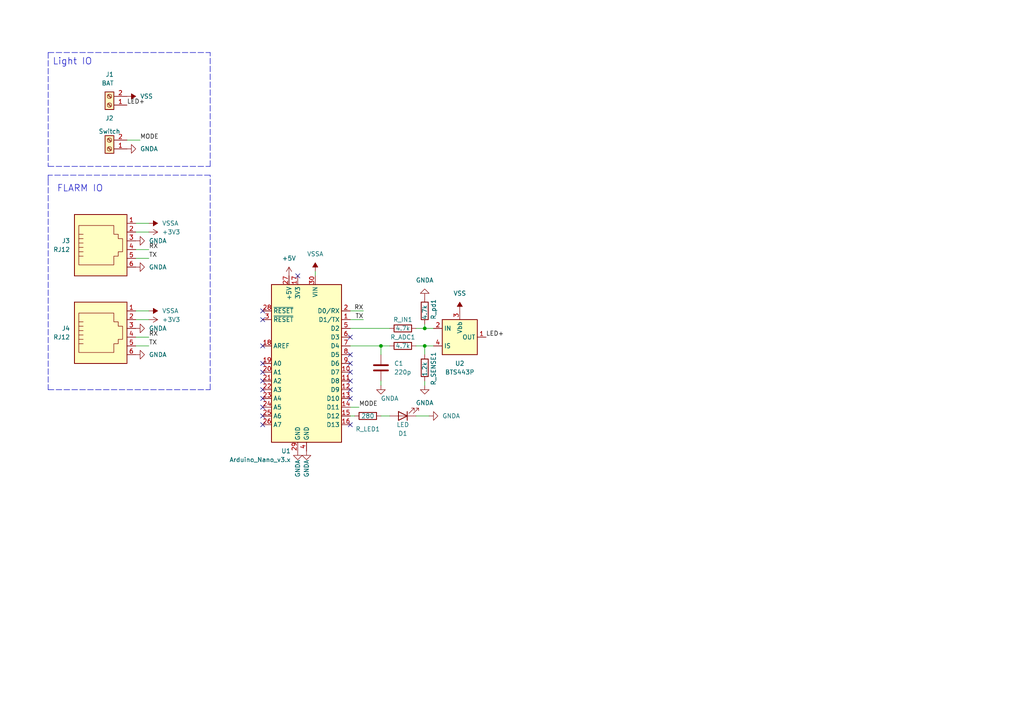
<source format=kicad_sch>
(kicad_sch (version 20211123) (generator eeschema)
  (paper "A4")
  (lib_symbols
    (symbol "Connector:RJ12" (pin_names (offset 1.016))
      (property "Reference" "J" (at -5.08 11.43 0))
      (property "Value" "RJ12" (at 2.54 11.43 0))
      (symbol "RJ12_0_1"
        (polyline (pts (xy -6.35 -1.905) (xy -5.08 -1.905) (xy -5.08 -1.905)))
        (polyline (pts (xy -6.35 -0.635) (xy -5.08 -0.635) (xy -5.08 -0.635)))
        (polyline (pts (xy -6.35 0.635) (xy -5.08 0.635) (xy -5.08 0.635)))
        (polyline (pts (xy -6.35 1.905) (xy -5.08 1.905) (xy -5.08 1.905)))
        (polyline (pts (xy -6.35 3.175) (xy -5.08 3.175) (xy -5.08 3.175)))
        (polyline (pts (xy -5.08 4.445) (xy -6.35 4.445) (xy -6.35 4.445)))
        (polyline (pts (xy -6.35 -4.445) (xy -6.35 6.985) (xy 3.81 6.985) (xy 3.81 4.445) (xy 5.08 4.445) (xy 5.08 3.175) (xy 6.35 3.175) (xy 6.35 -0.635) (xy 5.08 -0.635) (xy 5.08 -1.905) (xy 3.81 -1.905) (xy 3.81 -4.445) (xy -6.35 -4.445) (xy -6.35 -4.445)))
        (rectangle (start 7.62 10.16) (end -7.62 -7.62) (stroke (width 0.254)) (fill (type background)))
      )
      (symbol "RJ12_1_1"
        (pin passive line (at 10.16 -5.08 180) (length 2.54) (name "~") (number "1"))
        (pin passive line (at 10.16 -2.54 180) (length 2.54) (name "~") (number "2"))
        (pin passive line (at 10.16 0 180) (length 2.54) (name "~") (number "3"))
        (pin passive line (at 10.16 2.54 180) (length 2.54) (name "~") (number "4"))
        (pin passive line (at 10.16 5.08 180) (length 2.54) (name "~") (number "5"))
        (pin passive line (at 10.16 7.62 180) (length 2.54) (name "~") (number "6"))
      )
    )
    (symbol "Connector:Screw_Terminal_01x02" (pin_names (offset 1.016) hide)
      (property "Reference" "J" (at 0 2.54 0))
      (property "Value" "Screw_Terminal_01x02" (at 0 -5.08 0))
      (symbol "Screw_Terminal_01x02_1_1"
        (rectangle (start -1.27 1.27) (end 1.27 -3.81) (stroke (width 0.254)) (fill (type background)))
        (circle (center 0 -2.54) (radius 0.635) (stroke (width 0.1524)))
        (polyline (pts (xy -0.5334 -2.2098) (xy 0.3302 -3.048)) (stroke (width 0.1524)))
        (polyline (pts (xy -0.5334 0.3302) (xy 0.3302 -0.508)) (stroke (width 0.1524)))
        (polyline (pts (xy -0.3556 -2.032) (xy 0.508 -2.8702)) (stroke (width 0.1524)))
        (polyline (pts (xy -0.3556 0.508) (xy 0.508 -0.3302)) (stroke (width 0.1524)))
        (circle (center 0 0) (radius 0.635) (stroke (width 0.1524)))
        (pin passive line (at -5.08 0 0) (length 3.81) (name "Pin_1") (number "1"))
        (pin passive line (at -5.08 -2.54 0) (length 3.81) (name "Pin_2") (number "2"))
      )
    )
    (symbol "Device:C" (pin_numbers hide) (pin_names (offset 0.254))
      (property "Reference" "C" (at 0.635 2.54 0))
      (property "Value" "C" (at 0.635 -2.54 0))
      (symbol "C_0_1"
        (polyline (pts (xy -2.032 -0.762) (xy 2.032 -0.762)) (stroke (width 0.508)))
        (polyline (pts (xy -2.032 0.762) (xy 2.032 0.762)) (stroke (width 0.508)))
      )
      (symbol "C_1_1"
        (pin passive line (at 0 3.81 270) (length 2.794) (name "~") (number "1"))
        (pin passive line (at 0 -3.81 90) (length 2.794) (name "~") (number "2"))
      )
    )
    (symbol "Device:LED" (pin_numbers hide) (pin_names (offset 1.016) hide)
      (property "Reference" "D" (at 0 2.54 0))
      (property "Value" "LED" (at 0 -2.54 0))
      (symbol "LED_0_1"
        (polyline (pts (xy -1.27 -1.27) (xy -1.27 1.27)) (stroke (width 0.254)))
        (polyline (pts (xy -1.27 0) (xy 1.27 0)))
        (polyline (pts (xy 1.27 -1.27) (xy 1.27 1.27) (xy -1.27 0) (xy 1.27 -1.27)) (stroke (width 0.254)))
        (polyline (pts (xy -3.048 -0.762) (xy -4.572 -2.286) (xy -3.81 -2.286) (xy -4.572 -2.286) (xy -4.572 -1.524)))
        (polyline (pts (xy -1.778 -0.762) (xy -3.302 -2.286) (xy -2.54 -2.286) (xy -3.302 -2.286) (xy -3.302 -1.524)))
      )
      (symbol "LED_1_1"
        (pin passive line (at -3.81 0 0) (length 2.54) (name "K") (number "1"))
        (pin passive line (at 3.81 0 180) (length 2.54) (name "A") (number "2"))
      )
    )
    (symbol "Device:R" (pin_numbers hide) (pin_names (offset 0))
      (property "Reference" "R" (at 2.032 0 90))
      (property "Value" "R" (at 0 0 90))
      (symbol "R_0_1"
        (rectangle (start -1.016 -2.54) (end 1.016 2.54) (stroke (width 0.254)))
      )
      (symbol "R_1_1"
        (pin passive line (at 0 3.81 270) (length 1.27) (name "~") (number "1"))
        (pin passive line (at 0 -3.81 90) (length 1.27) (name "~") (number "2"))
      )
    )
    (symbol "MCU_Module:Arduino_Nano_v3.x"
      (property "Reference" "A" (at -10.16 23.495 0))
      (property "Value" "Arduino_Nano_v3.x" (at 5.08 -24.13 0))
      (symbol "Arduino_Nano_v3.x_0_1"
        (rectangle (start -10.16 22.86) (end 10.16 -22.86) (stroke (width 0.254)) (fill (type background)))
      )
      (symbol "Arduino_Nano_v3.x_1_1"
        (pin bidirectional line (at -12.7 12.7 0) (length 2.54) (name "D1/TX") (number "1"))
        (pin bidirectional line (at -12.7 -2.54 0) (length 2.54) (name "D7") (number "10"))
        (pin bidirectional line (at -12.7 -5.08 0) (length 2.54) (name "D8") (number "11"))
        (pin bidirectional line (at -12.7 -7.62 0) (length 2.54) (name "D9") (number "12"))
        (pin bidirectional line (at -12.7 -10.16 0) (length 2.54) (name "D10") (number "13"))
        (pin bidirectional line (at -12.7 -12.7 0) (length 2.54) (name "D11") (number "14"))
        (pin bidirectional line (at -12.7 -15.24 0) (length 2.54) (name "D12") (number "15"))
        (pin bidirectional line (at -12.7 -17.78 0) (length 2.54) (name "D13") (number "16"))
        (pin power_out line (at 2.54 25.4 270) (length 2.54) (name "3V3") (number "17"))
        (pin input line (at 12.7 5.08 180) (length 2.54) (name "AREF") (number "18"))
        (pin bidirectional line (at 12.7 0 180) (length 2.54) (name "A0") (number "19"))
        (pin bidirectional line (at -12.7 15.24 0) (length 2.54) (name "D0/RX") (number "2"))
        (pin bidirectional line (at 12.7 -2.54 180) (length 2.54) (name "A1") (number "20"))
        (pin bidirectional line (at 12.7 -5.08 180) (length 2.54) (name "A2") (number "21"))
        (pin bidirectional line (at 12.7 -7.62 180) (length 2.54) (name "A3") (number "22"))
        (pin bidirectional line (at 12.7 -10.16 180) (length 2.54) (name "A4") (number "23"))
        (pin bidirectional line (at 12.7 -12.7 180) (length 2.54) (name "A5") (number "24"))
        (pin bidirectional line (at 12.7 -15.24 180) (length 2.54) (name "A6") (number "25"))
        (pin bidirectional line (at 12.7 -17.78 180) (length 2.54) (name "A7") (number "26"))
        (pin power_out line (at 5.08 25.4 270) (length 2.54) (name "+5V") (number "27"))
        (pin input line (at 12.7 15.24 180) (length 2.54) (name "~{RESET}") (number "28"))
        (pin power_in line (at 2.54 -25.4 90) (length 2.54) (name "GND") (number "29"))
        (pin input line (at 12.7 12.7 180) (length 2.54) (name "~{RESET}") (number "3"))
        (pin power_in line (at -2.54 25.4 270) (length 2.54) (name "VIN") (number "30"))
        (pin power_in line (at 0 -25.4 90) (length 2.54) (name "GND") (number "4"))
        (pin bidirectional line (at -12.7 10.16 0) (length 2.54) (name "D2") (number "5"))
        (pin bidirectional line (at -12.7 7.62 0) (length 2.54) (name "D3") (number "6"))
        (pin bidirectional line (at -12.7 5.08 0) (length 2.54) (name "D4") (number "7"))
        (pin bidirectional line (at -12.7 2.54 0) (length 2.54) (name "D5") (number "8"))
        (pin bidirectional line (at -12.7 0 0) (length 2.54) (name "D6") (number "9"))
      )
    )
    (symbol "Power_Management:BTS443P"
      (property "Reference" "U" (at -5.08 6.35 0))
      (property "Value" "BTS443P" (at 8.89 6.35 0))
      (symbol "BTS443P_0_1"
        (rectangle (start -5.08 5.08) (end 5.08 -5.08) (stroke (width 0.254)) (fill (type background)))
      )
      (symbol "BTS443P_1_1"
        (pin power_out line (at 7.62 0 180) (length 2.54) (name "OUT") (number "1"))
        (pin input line (at -7.62 2.54 0) (length 2.54) (name "IN") (number "2"))
        (pin power_in line (at 0 7.62 270) (length 2.54) (name "Vbb") (number "3"))
        (pin output line (at -7.62 -2.54 0) (length 2.54) (name "IS") (number "4"))
        (pin passive line (at 7.62 0 180) (length 2.54) hide (name "OUT") (number "5"))
      )
    )
    (symbol "power:+3V3" (power) (pin_names (offset 0))
      (property "Value" "+3V3" (at 0 3.556 0))
      (symbol "+3V3_0_1"
        (polyline (pts (xy -0.762 1.27) (xy 0 2.54)))
        (polyline (pts (xy 0 0) (xy 0 2.54)))
        (polyline (pts (xy 0 2.54) (xy 0.762 1.27)))
      )
      (symbol "+3V3_1_1"
        (pin power_in line (at 0 0 90) (length 0) hide (name "+3V3") (number "1"))
      )
    )
    (symbol "power:+5V" (power) (pin_names (offset 0))
      (property "Value" "+5V" (at 0 3.556 0))
      (symbol "+5V_0_1"
        (polyline (pts (xy -0.762 1.27) (xy 0 2.54)))
        (polyline (pts (xy 0 0) (xy 0 2.54)))
        (polyline (pts (xy 0 2.54) (xy 0.762 1.27)))
      )
      (symbol "+5V_1_1"
        (pin power_in line (at 0 0 90) (length 0) hide (name "+5V") (number "1"))
      )
    )
    (symbol "power:GNDA" (power) (pin_names (offset 0))
      (property "Value" "GNDA" (at 0 -3.81 0))
      (symbol "GNDA_0_1"
        (polyline (pts (xy 0 0) (xy 0 -1.27) (xy 1.27 -1.27) (xy 0 -2.54) (xy -1.27 -1.27) (xy 0 -1.27)))
      )
      (symbol "GNDA_1_1"
        (pin power_in line (at 0 0 270) (length 0) hide (name "GNDA") (number "1"))
      )
    )
    (symbol "power:VSS" (power) (pin_names (offset 0))
      (property "Value" "VSS" (at 0 3.81 0))
      (symbol "VSS_0_1"
        (polyline (pts (xy 0 0) (xy 0 2.54)))
        (polyline (pts (xy 0.762 1.27) (xy -0.762 1.27) (xy 0 2.54) (xy 0.762 1.27)) (fill (type outline)))
      )
      (symbol "VSS_1_1"
        (pin power_in line (at 0 0 90) (length 0) hide (name "VSS") (number "1"))
      )
    )
    (symbol "power:VSSA" (power) (pin_names (offset 0))
      (property "Value" "VSSA" (at 0 3.81 0))
      (symbol "VSSA_0_1"
        (polyline (pts (xy 0 0) (xy 0 2.54)))
        (polyline (pts (xy 0.762 1.27) (xy -0.762 1.27) (xy 0 2.54) (xy 0.762 1.27)) (fill (type outline)))
      )
      (symbol "VSSA_1_1"
        (pin power_in line (at 0 0 90) (length 0) hide (name "VSSA") (number "1"))
      )
    )
  )
  (junction (at 110.49 100.33))
  (junction (at 123.19 100.33))
  (junction (at 123.19 95.25))
  (no_connect (at 76.2 110.49))
  (no_connect (at 76.2 107.95))
  (no_connect (at 76.2 105.41))
  (no_connect (at 76.2 100.33))
  (no_connect (at 101.6 115.57))
  (no_connect (at 101.6 110.49))
  (no_connect (at 101.6 113.03))
  (no_connect (at 101.6 123.19))
  (no_connect (at 101.6 105.41))
  (no_connect (at 101.6 107.95))
  (no_connect (at 86.36 80.01))
  (no_connect (at 76.2 123.19))
  (no_connect (at 76.2 120.65))
  (no_connect (at 76.2 118.11))
  (no_connect (at 76.2 115.57))
  (no_connect (at 76.2 113.03))
  (no_connect (at 101.6 97.79))
  (no_connect (at 76.2 90.17))
  (no_connect (at 76.2 92.71))
  (no_connect (at 101.6 102.87))
  (wire (pts (xy 43.18 74.93) (xy 39.37 74.93)))
  (polyline (pts (xy 13.97 50.8) (xy 13.97 52.07)))
  (wire (pts (xy 43.18 100.33) (xy 39.37 100.33)))
  (wire (pts (xy 36.83 40.64) (xy 40.64 40.64)))
  (wire (pts (xy 123.19 111.76) (xy 123.19 110.49)))
  (wire (pts (xy 123.19 95.25) (xy 125.73 95.25)))
  (wire (pts (xy 43.18 64.77) (xy 39.37 64.77)))
  (polyline (pts (xy 13.97 15.24) (xy 13.97 48.26)))
  (wire (pts (xy 120.65 100.33) (xy 123.19 100.33)))
  (wire (pts (xy 123.19 102.87) (xy 123.19 100.33)))
  (wire (pts (xy 43.18 90.17) (xy 39.37 90.17)))
  (wire (pts (xy 43.18 67.31) (xy 39.37 67.31)))
  (wire (pts (xy 110.49 111.76) (xy 110.49 110.49)))
  (polyline (pts (xy 13.97 48.26) (xy 60.96 48.26)))
  (wire (pts (xy 43.18 92.71) (xy 39.37 92.71)))
  (polyline (pts (xy 13.97 15.24) (xy 60.96 15.24)))
  (wire (pts (xy 91.44 78.74) (xy 91.44 80.01)))
  (wire (pts (xy 120.65 95.25) (xy 123.19 95.25)))
  (polyline (pts (xy 60.96 48.26) (xy 60.96 15.24)))
  (wire (pts (xy 43.18 97.79) (xy 39.37 97.79)))
  (wire (pts (xy 110.49 120.65) (xy 113.03 120.65)))
  (polyline (pts (xy 60.96 50.8) (xy 13.97 50.8)))
  (wire (pts (xy 110.49 100.33) (xy 113.03 100.33)))
  (wire (pts (xy 105.41 92.71) (xy 101.6 92.71)))
  (wire (pts (xy 120.65 120.65) (xy 124.46 120.65)))
  (wire (pts (xy 101.6 100.33) (xy 110.49 100.33)))
  (wire (pts (xy 110.49 100.33) (xy 110.49 102.87)))
  (wire (pts (xy 43.18 72.39) (xy 39.37 72.39)))
  (wire (pts (xy 101.6 118.11) (xy 104.14 118.11)))
  (wire (pts (xy 101.6 120.65) (xy 102.87 120.65)))
  (wire (pts (xy 123.19 93.98) (xy 123.19 95.25)))
  (wire (pts (xy 123.19 100.33) (xy 125.73 100.33)))
  (wire (pts (xy 105.41 90.17) (xy 101.6 90.17)))
  (polyline (pts (xy 60.96 113.03) (xy 60.96 50.8)))
  (wire (pts (xy 101.6 95.25) (xy 113.03 95.25)))
  (polyline (pts (xy 13.97 113.03) (xy 60.96 113.03)))
  (polyline (pts (xy 13.97 52.07) (xy 13.97 113.03)))
  (text "Light IO" (at 15.24 19.05 0) (effects (font (size 1.905 1.905)) (justify left bottom)))
  (text "FLARM IO" (at 16.51 55.88 0) (effects (font (size 1.905 1.905)) (justify left bottom)))
  (label "RX" (at 105.41 90.17 180))
  (label "LED+" (at 36.83 30.48 0))
  (label "TX" (at 105.41 92.71 180))
  (label "RX" (at 43.18 97.79 0))
  (label "TX" (at 43.18 100.33 0))
  (label "TX" (at 43.18 74.93 0))
  (label "MODE" (at 40.64 40.64 0))
  (label "LED+" (at 140.97 97.79 0))
  (label "MODE" (at 104.14 118.11 0))
  (label "RX" (at 43.18 72.39 0))
  (symbol (lib_id "power:GNDA") (at 86.36 130.81 0) (mirror y) (unit 1)
    (property "Reference" "#PWR0111" (effects hide))
    (property "Value" "GNDA" (at 86.36 135.89 90))
  )
  (symbol (lib_id "power:GNDA") (at 36.83 43.18 90) (unit 1)
    (property "Reference" "#PWR0115" (effects hide))
    (property "Value" "GNDA" (at 40.64 43.1799 90) (effects (justify right)))
  )
  (symbol (lib_id "power:GNDA") (at 110.49 111.76 0) (unit 1)
    (property "Reference" "#PWR0116" (effects hide))
    (property "Value" "GNDA" (at 113.03 115.57 0))
  )
  (symbol (lib_id "power:GNDA") (at 123.19 111.76 0) (unit 1)
    (property "Reference" "#PWR0117" (effects hide))
    (property "Value" "GNDA" (at 123.19 116.84 0))
  )
  (symbol (lib_id "power:+3V3") (at 43.18 92.71 270) (unit 1)
    (property "Reference" "#PWR0110" (effects hide))
    (property "Value" "+3V3" (at 46.99 92.7099 90) (effects (justify left)))
  )
  (symbol (lib_id "Device:C") (at 110.49 106.68 0) (unit 1)
    (property "Reference" "C1" (at 114.3 105.4099 0) (effects (justify left)))
    (property "Value" "220p" (at 114.3 107.9499 0) (effects (justify left)))
    (property "Footprint" "Capacitor_SMD:C_0805_2012Metric_Pad1.18x1.45mm_HandSolder" (effects hide))
  )
  (symbol (lib_id "Device:R") (at 106.68 120.65 90) (unit 1)
    (property "Reference" "R_LED1" (at 106.68 124.46 90))
    (property "Value" "280" (at 106.68 120.65 90))
    (property "Footprint" "Resistor_SMD:R_0805_2012Metric_Pad1.20x1.40mm_HandSolder" (effects hide))
  )
  (symbol (lib_id "power:+3V3") (at 43.18 67.31 270) (unit 1)
    (property "Reference" "#PWR0114" (effects hide))
    (property "Value" "+3V3" (at 46.99 67.3099 90) (effects (justify left)))
  )
  (symbol (lib_id "Connector:RJ12") (at 29.21 69.85 0) (mirror x) (unit 1)
    (property "Reference" "J3" (at 20.32 69.8499 0) (effects (justify right)))
    (property "Value" "RJ12" (at 20.32 72.3899 0) (effects (justify right)))
    (property "Footprint" "Connector_RJ:RJ12_Amphenol_54601" (effects hide))
  )
  (symbol (lib_id "power:GNDA") (at 39.37 69.85 90) (mirror x) (unit 1)
    (property "Reference" "#PWR0104" (effects hide))
    (property "Value" "GNDA" (at 43.18 69.8501 90) (effects (justify right)))
  )
  (symbol (lib_id "power:VSS") (at 36.83 27.94 270) (unit 1)
    (property "Reference" "#PWR02" (effects hide))
    (property "Value" "VSS" (at 40.64 27.9399 90) (effects (justify left)))
  )
  (symbol (lib_id "Connector:RJ12") (at 29.21 95.25 0) (mirror x) (unit 1)
    (property "Reference" "J4" (at 20.32 95.2499 0) (effects (justify right)))
    (property "Value" "RJ12" (at 20.32 97.7899 0) (effects (justify right)))
    (property "Footprint" "Connector_RJ:RJ12_Amphenol_54601" (effects hide))
  )
  (symbol (lib_id "power:GNDA") (at 39.37 102.87 90) (mirror x) (unit 1)
    (property "Reference" "#PWR0101" (effects hide))
    (property "Value" "GNDA" (at 43.18 102.8701 90) (effects (justify right)))
  )
  (symbol (lib_id "power:GNDA") (at 39.37 77.47 90) (mirror x) (unit 1)
    (property "Reference" "#PWR0103" (effects hide))
    (property "Value" "GNDA" (at 43.18 77.4701 90) (effects (justify right)))
  )
  (symbol (lib_id "Device:R") (at 123.19 90.17 0) (unit 1)
    (property "Reference" "R_pd1" (at 125.73 92.71 90) (effects (justify left)))
    (property "Value" "4.7k" (at 123.19 92.71 90) (effects (justify left)))
    (property "Footprint" "Resistor_SMD:R_0805_2012Metric_Pad1.20x1.40mm_HandSolder" (effects hide))
  )
  (symbol (lib_id "Device:R") (at 123.19 106.68 0) (unit 1)
    (property "Reference" "R_SENSE1" (at 125.73 111.76 90) (effects (justify left)))
    (property "Value" "1.2k" (at 123.19 109.22 90) (effects (justify left)))
    (property "Footprint" "Resistor_SMD:R_0805_2012Metric_Pad1.20x1.40mm_HandSolder" (effects hide))
  )
  (symbol (lib_id "Connector:Screw_Terminal_01x02") (at 31.75 30.48 180) (unit 1)
    (property "Reference" "J1" (at 33.02 21.59 0) (effects (justify left)))
    (property "Value" "BAT" (at 33.02 24.13 0) (effects (justify left)))
    (property "Footprint" "TerminalBlock:TerminalBlock_bornier-2_P5.08mm" (effects hide))
  )
  (symbol (lib_id "power:VSSA") (at 43.18 90.17 270) (unit 1)
    (property "Reference" "#PWR0109" (effects hide))
    (property "Value" "VSSA" (at 46.99 90.1699 90) (effects (justify left)))
  )
  (symbol (lib_id "power:GNDA") (at 123.19 86.36 180) (unit 1)
    (property "Reference" "#PWR0107" (effects hide))
    (property "Value" "GNDA" (at 123.19 81.28 0))
  )
  (symbol (lib_id "power:+5V") (at 83.82 80.01 0) (unit 1)
    (property "Reference" "#PWR0112" (effects hide))
    (property "Value" "+5V" (at 83.82 74.93 0))
  )
  (symbol (lib_id "power:VSSA") (at 43.18 64.77 270) (unit 1)
    (property "Reference" "#PWR0113" (effects hide))
    (property "Value" "VSSA" (at 46.99 64.7699 90) (effects (justify left)))
  )
  (symbol (lib_id "power:VSS") (at 133.35 90.17 0) (unit 1)
    (property "Reference" "#PWR0105" (effects hide))
    (property "Value" "VSS" (at 133.35 85.09 0))
  )
  (symbol (lib_id "Device:R") (at 116.84 100.33 90) (unit 1)
    (property "Reference" "R_ADC1" (at 116.84 97.79 90))
    (property "Value" "4.7k" (at 116.84 100.33 90))
    (property "Footprint" "Resistor_SMD:R_0805_2012Metric_Pad1.20x1.40mm_HandSolder" (effects hide))
  )
  (symbol (lib_id "Device:R") (at 116.84 95.25 90) (unit 1)
    (property "Reference" "R_IN1" (at 116.84 92.71 90))
    (property "Value" "4.7k" (at 116.84 95.25 90))
    (property "Footprint" "Resistor_SMD:R_0805_2012Metric_Pad1.20x1.40mm_HandSolder" (effects hide))
  )
  (symbol (lib_id "Power_Management:BTS443P") (at 133.35 97.79 0) (unit 1)
    (property "Reference" "U2" (at 133.35 105.41 0))
    (property "Value" "BTS443P" (at 133.35 107.95 0))
    (property "Footprint" "Package_TO_SOT_SMD:TO-252-4" (effects hide))
    (property "Datasheet" "http://www.infineon.com/dgdl/Infineon-BTS443P-DS-v01_00-EN.pdf?fileId=5546d4625a888733015aa9afbc5035d5" (effects hide))
  )
  (symbol (lib_id "Connector:Screw_Terminal_01x02") (at 31.75 43.18 180) (unit 1)
    (property "Reference" "J2" (at 31.75 34.29 0))
    (property "Value" "Switch" (at 31.75 38.1 0))
    (property "Footprint" "TerminalBlock_TE-Connectivity:TerminalBlock_TE_282834-2_1x02_P2.54mm_Horizontal" (effects hide))
  )
  (symbol (lib_id "power:VSSA") (at 91.44 78.74 0) (mirror y) (unit 1)
    (property "Reference" "#PWR09" (effects hide))
    (property "Value" "VSSA" (at 91.44 73.66 0))
  )
  (symbol (lib_id "power:GNDA") (at 88.9 130.81 0) (mirror y) (unit 1)
    (property "Reference" "#PWR0106" (effects hide))
    (property "Value" "GNDA" (at 88.9 135.89 90))
  )
  (symbol (lib_id "power:GNDA") (at 39.37 95.25 90) (mirror x) (unit 1)
    (property "Reference" "#PWR0102" (effects hide))
    (property "Value" "GNDA" (at 43.18 95.2501 90) (effects (justify right)))
  )
  (symbol (lib_id "power:GNDA") (at 124.46 120.65 90) (unit 1)
    (property "Reference" "#PWR0108" (effects hide))
    (property "Value" "GNDA" (at 128.27 120.6499 90) (effects (justify right)))
  )
  (symbol (lib_id "Device:LED") (at 116.84 120.65 180) (unit 1)
    (property "Reference" "D1" (at 116.84 125.73 0))
    (property "Value" "LED" (at 116.84 123.19 0))
    (property "Footprint" "LED_THT:LED_D3.0mm" (effects hide))
  )
  (symbol (lib_id "MCU_Module:Arduino_Nano_v3.x") (at 88.9 105.41 0) (mirror y) (unit 1)
    (property "Reference" "U1" (at 84.3406 130.81 0) (effects (justify left)))
    (property "Value" "Arduino_Nano_v3.x" (at 84.3406 133.35 0) (effects (justify left)))
    (property "Footprint" "Module:Arduino_Nano" (effects hide))
    (property "Datasheet" "http://www.mouser.com/pdfdocs/Gravitech_Arduino_Nano3_0.pdf" (effects hide))
  )
)
</source>
